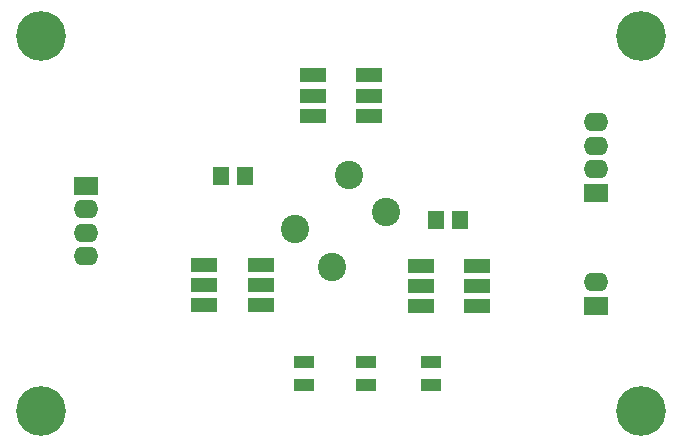
<source format=gbr>
G04 #@! TF.FileFunction,Soldermask,Top*
%FSLAX46Y46*%
G04 Gerber Fmt 4.6, Leading zero omitted, Abs format (unit mm)*
G04 Created by KiCad (PCBNEW 4.0.6) date 05/22/18 14:15:00*
%MOMM*%
%LPD*%
G01*
G04 APERTURE LIST*
%ADD10C,0.100000*%
%ADD11C,4.210000*%
%ADD12R,1.400000X1.650000*%
%ADD13R,2.100000X1.600000*%
%ADD14O,2.100000X1.600000*%
%ADD15R,1.700000X1.100000*%
%ADD16C,2.400000*%
%ADD17R,2.203200X1.303200*%
G04 APERTURE END LIST*
D10*
D11*
X155575000Y-79375000D03*
X155575000Y-111125000D03*
X104775000Y-111125000D03*
X104775000Y-79375000D03*
D12*
X120000000Y-91250000D03*
X122000000Y-91250000D03*
X138250000Y-95000000D03*
X140250000Y-95000000D03*
D13*
X151765000Y-92710000D03*
D14*
X151765000Y-90710000D03*
X151765000Y-88710000D03*
X151765000Y-86710000D03*
D13*
X151765000Y-102235000D03*
D14*
X151765000Y-100235000D03*
D13*
X108585000Y-92075000D03*
D14*
X108585000Y-94075000D03*
X108585000Y-96075000D03*
X108585000Y-98075000D03*
D15*
X127000000Y-108950000D03*
X127000000Y-107050000D03*
X132250000Y-107050000D03*
X132250000Y-108950000D03*
X137750000Y-108950000D03*
X137750000Y-107050000D03*
D16*
X129419981Y-98939981D03*
X126238000Y-95758000D03*
X134016175Y-94343786D03*
X130834194Y-91161806D03*
D17*
X127775000Y-86155001D03*
X127775002Y-84455000D03*
X127775000Y-82755000D03*
X132575000Y-82754999D03*
X132574998Y-84455000D03*
X132575000Y-86155000D03*
X136919000Y-102284001D03*
X136919002Y-100584000D03*
X136919000Y-98884000D03*
X141719000Y-98883999D03*
X141718998Y-100584000D03*
X141719000Y-102284000D03*
X118600000Y-102200001D03*
X118600002Y-100500000D03*
X118600000Y-98800000D03*
X123400000Y-98799999D03*
X123399998Y-100500000D03*
X123400000Y-102200000D03*
M02*

</source>
